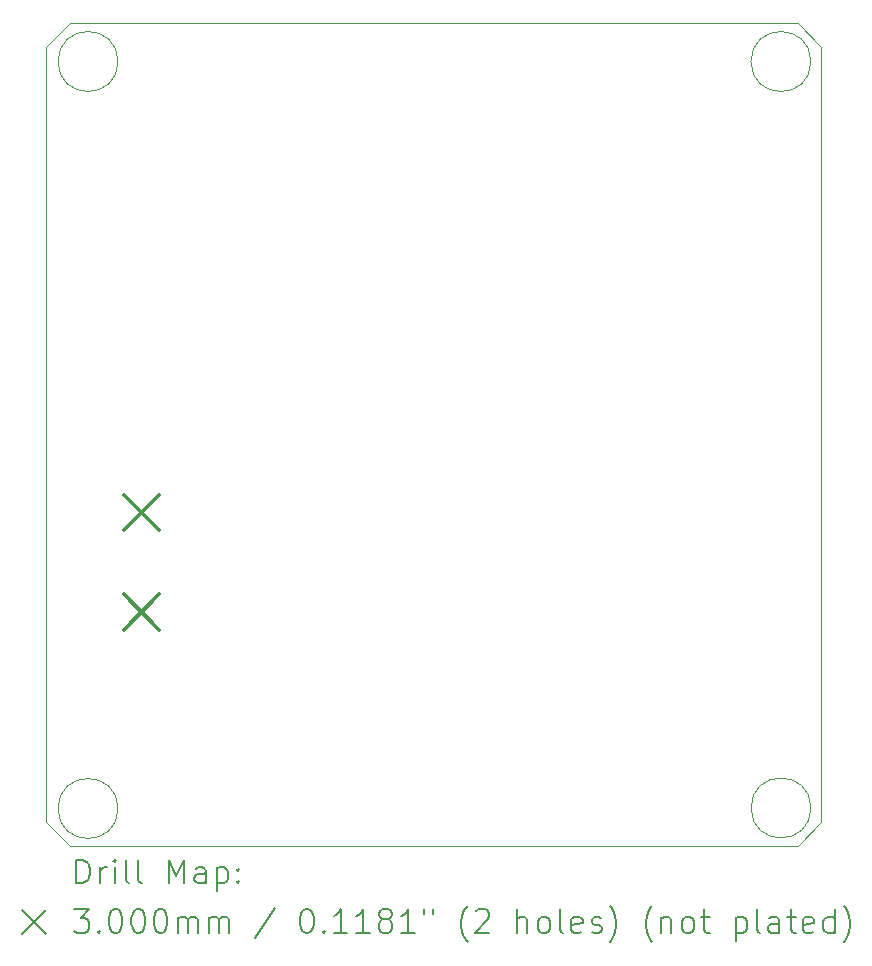
<source format=gbr>
%TF.GenerationSoftware,KiCad,Pcbnew,7.0.9*%
%TF.CreationDate,2023-12-30T21:06:43-05:00*%
%TF.ProjectId,esc,6573632e-6b69-4636-9164-5f7063625858,rev?*%
%TF.SameCoordinates,Original*%
%TF.FileFunction,Drillmap*%
%TF.FilePolarity,Positive*%
%FSLAX45Y45*%
G04 Gerber Fmt 4.5, Leading zero omitted, Abs format (unit mm)*
G04 Created by KiCad (PCBNEW 7.0.9) date 2023-12-30 21:06:43*
%MOMM*%
%LPD*%
G01*
G04 APERTURE LIST*
%ADD10C,0.100000*%
%ADD11C,0.200000*%
%ADD12C,0.299999*%
G04 APERTURE END LIST*
D10*
X4697621Y-12700000D02*
G75*
G03*
X4697621Y-12700000I-254000J0D01*
G01*
X4089696Y-12816896D02*
X4089400Y-6248400D01*
X4697621Y-6375400D02*
G75*
G03*
X4697621Y-6375400I-254000J0D01*
G01*
X4089400Y-6248400D02*
X4287520Y-6050280D01*
X10564500Y-12694920D02*
G75*
G03*
X10564500Y-12694920I-254000J0D01*
G01*
X10455105Y-13015583D02*
X10653225Y-12817463D01*
X4287816Y-13015016D02*
X4089696Y-12816896D01*
X4287520Y-6050280D02*
X10452100Y-6052820D01*
X10564500Y-6375400D02*
G75*
G03*
X10564500Y-6375400I-254000J0D01*
G01*
X10652760Y-6253480D02*
X10452100Y-6052820D01*
X10652760Y-6253480D02*
X10653225Y-12817463D01*
X10455105Y-13015583D02*
X4287816Y-13015016D01*
D11*
D12*
X4747772Y-10045856D02*
X5047772Y-10345856D01*
X5047772Y-10045856D02*
X4747772Y-10345856D01*
X4747772Y-10885854D02*
X5047772Y-11185854D01*
X5047772Y-10885854D02*
X4747772Y-11185854D01*
D11*
X4345177Y-13332067D02*
X4345177Y-13132067D01*
X4345177Y-13132067D02*
X4392796Y-13132067D01*
X4392796Y-13132067D02*
X4421367Y-13141591D01*
X4421367Y-13141591D02*
X4440415Y-13160639D01*
X4440415Y-13160639D02*
X4449939Y-13179686D01*
X4449939Y-13179686D02*
X4459463Y-13217781D01*
X4459463Y-13217781D02*
X4459463Y-13246353D01*
X4459463Y-13246353D02*
X4449939Y-13284448D01*
X4449939Y-13284448D02*
X4440415Y-13303496D01*
X4440415Y-13303496D02*
X4421367Y-13322543D01*
X4421367Y-13322543D02*
X4392796Y-13332067D01*
X4392796Y-13332067D02*
X4345177Y-13332067D01*
X4545177Y-13332067D02*
X4545177Y-13198734D01*
X4545177Y-13236829D02*
X4554701Y-13217781D01*
X4554701Y-13217781D02*
X4564224Y-13208258D01*
X4564224Y-13208258D02*
X4583272Y-13198734D01*
X4583272Y-13198734D02*
X4602320Y-13198734D01*
X4668986Y-13332067D02*
X4668986Y-13198734D01*
X4668986Y-13132067D02*
X4659463Y-13141591D01*
X4659463Y-13141591D02*
X4668986Y-13151115D01*
X4668986Y-13151115D02*
X4678510Y-13141591D01*
X4678510Y-13141591D02*
X4668986Y-13132067D01*
X4668986Y-13132067D02*
X4668986Y-13151115D01*
X4792796Y-13332067D02*
X4773748Y-13322543D01*
X4773748Y-13322543D02*
X4764224Y-13303496D01*
X4764224Y-13303496D02*
X4764224Y-13132067D01*
X4897558Y-13332067D02*
X4878510Y-13322543D01*
X4878510Y-13322543D02*
X4868986Y-13303496D01*
X4868986Y-13303496D02*
X4868986Y-13132067D01*
X5126129Y-13332067D02*
X5126129Y-13132067D01*
X5126129Y-13132067D02*
X5192796Y-13274924D01*
X5192796Y-13274924D02*
X5259463Y-13132067D01*
X5259463Y-13132067D02*
X5259463Y-13332067D01*
X5440415Y-13332067D02*
X5440415Y-13227305D01*
X5440415Y-13227305D02*
X5430891Y-13208258D01*
X5430891Y-13208258D02*
X5411844Y-13198734D01*
X5411844Y-13198734D02*
X5373748Y-13198734D01*
X5373748Y-13198734D02*
X5354701Y-13208258D01*
X5440415Y-13322543D02*
X5421367Y-13332067D01*
X5421367Y-13332067D02*
X5373748Y-13332067D01*
X5373748Y-13332067D02*
X5354701Y-13322543D01*
X5354701Y-13322543D02*
X5345177Y-13303496D01*
X5345177Y-13303496D02*
X5345177Y-13284448D01*
X5345177Y-13284448D02*
X5354701Y-13265400D01*
X5354701Y-13265400D02*
X5373748Y-13255877D01*
X5373748Y-13255877D02*
X5421367Y-13255877D01*
X5421367Y-13255877D02*
X5440415Y-13246353D01*
X5535653Y-13198734D02*
X5535653Y-13398734D01*
X5535653Y-13208258D02*
X5554701Y-13198734D01*
X5554701Y-13198734D02*
X5592796Y-13198734D01*
X5592796Y-13198734D02*
X5611843Y-13208258D01*
X5611843Y-13208258D02*
X5621367Y-13217781D01*
X5621367Y-13217781D02*
X5630891Y-13236829D01*
X5630891Y-13236829D02*
X5630891Y-13293972D01*
X5630891Y-13293972D02*
X5621367Y-13313019D01*
X5621367Y-13313019D02*
X5611843Y-13322543D01*
X5611843Y-13322543D02*
X5592796Y-13332067D01*
X5592796Y-13332067D02*
X5554701Y-13332067D01*
X5554701Y-13332067D02*
X5535653Y-13322543D01*
X5716605Y-13313019D02*
X5726129Y-13322543D01*
X5726129Y-13322543D02*
X5716605Y-13332067D01*
X5716605Y-13332067D02*
X5707082Y-13322543D01*
X5707082Y-13322543D02*
X5716605Y-13313019D01*
X5716605Y-13313019D02*
X5716605Y-13332067D01*
X5716605Y-13208258D02*
X5726129Y-13217781D01*
X5726129Y-13217781D02*
X5716605Y-13227305D01*
X5716605Y-13227305D02*
X5707082Y-13217781D01*
X5707082Y-13217781D02*
X5716605Y-13208258D01*
X5716605Y-13208258D02*
X5716605Y-13227305D01*
X3884400Y-13560583D02*
X4084400Y-13760583D01*
X4084400Y-13560583D02*
X3884400Y-13760583D01*
X4326129Y-13552067D02*
X4449939Y-13552067D01*
X4449939Y-13552067D02*
X4383272Y-13628258D01*
X4383272Y-13628258D02*
X4411844Y-13628258D01*
X4411844Y-13628258D02*
X4430891Y-13637781D01*
X4430891Y-13637781D02*
X4440415Y-13647305D01*
X4440415Y-13647305D02*
X4449939Y-13666353D01*
X4449939Y-13666353D02*
X4449939Y-13713972D01*
X4449939Y-13713972D02*
X4440415Y-13733019D01*
X4440415Y-13733019D02*
X4430891Y-13742543D01*
X4430891Y-13742543D02*
X4411844Y-13752067D01*
X4411844Y-13752067D02*
X4354701Y-13752067D01*
X4354701Y-13752067D02*
X4335653Y-13742543D01*
X4335653Y-13742543D02*
X4326129Y-13733019D01*
X4535653Y-13733019D02*
X4545177Y-13742543D01*
X4545177Y-13742543D02*
X4535653Y-13752067D01*
X4535653Y-13752067D02*
X4526129Y-13742543D01*
X4526129Y-13742543D02*
X4535653Y-13733019D01*
X4535653Y-13733019D02*
X4535653Y-13752067D01*
X4668986Y-13552067D02*
X4688034Y-13552067D01*
X4688034Y-13552067D02*
X4707082Y-13561591D01*
X4707082Y-13561591D02*
X4716605Y-13571115D01*
X4716605Y-13571115D02*
X4726129Y-13590162D01*
X4726129Y-13590162D02*
X4735653Y-13628258D01*
X4735653Y-13628258D02*
X4735653Y-13675877D01*
X4735653Y-13675877D02*
X4726129Y-13713972D01*
X4726129Y-13713972D02*
X4716605Y-13733019D01*
X4716605Y-13733019D02*
X4707082Y-13742543D01*
X4707082Y-13742543D02*
X4688034Y-13752067D01*
X4688034Y-13752067D02*
X4668986Y-13752067D01*
X4668986Y-13752067D02*
X4649939Y-13742543D01*
X4649939Y-13742543D02*
X4640415Y-13733019D01*
X4640415Y-13733019D02*
X4630891Y-13713972D01*
X4630891Y-13713972D02*
X4621367Y-13675877D01*
X4621367Y-13675877D02*
X4621367Y-13628258D01*
X4621367Y-13628258D02*
X4630891Y-13590162D01*
X4630891Y-13590162D02*
X4640415Y-13571115D01*
X4640415Y-13571115D02*
X4649939Y-13561591D01*
X4649939Y-13561591D02*
X4668986Y-13552067D01*
X4859463Y-13552067D02*
X4878510Y-13552067D01*
X4878510Y-13552067D02*
X4897558Y-13561591D01*
X4897558Y-13561591D02*
X4907082Y-13571115D01*
X4907082Y-13571115D02*
X4916605Y-13590162D01*
X4916605Y-13590162D02*
X4926129Y-13628258D01*
X4926129Y-13628258D02*
X4926129Y-13675877D01*
X4926129Y-13675877D02*
X4916605Y-13713972D01*
X4916605Y-13713972D02*
X4907082Y-13733019D01*
X4907082Y-13733019D02*
X4897558Y-13742543D01*
X4897558Y-13742543D02*
X4878510Y-13752067D01*
X4878510Y-13752067D02*
X4859463Y-13752067D01*
X4859463Y-13752067D02*
X4840415Y-13742543D01*
X4840415Y-13742543D02*
X4830891Y-13733019D01*
X4830891Y-13733019D02*
X4821367Y-13713972D01*
X4821367Y-13713972D02*
X4811844Y-13675877D01*
X4811844Y-13675877D02*
X4811844Y-13628258D01*
X4811844Y-13628258D02*
X4821367Y-13590162D01*
X4821367Y-13590162D02*
X4830891Y-13571115D01*
X4830891Y-13571115D02*
X4840415Y-13561591D01*
X4840415Y-13561591D02*
X4859463Y-13552067D01*
X5049939Y-13552067D02*
X5068986Y-13552067D01*
X5068986Y-13552067D02*
X5088034Y-13561591D01*
X5088034Y-13561591D02*
X5097558Y-13571115D01*
X5097558Y-13571115D02*
X5107082Y-13590162D01*
X5107082Y-13590162D02*
X5116605Y-13628258D01*
X5116605Y-13628258D02*
X5116605Y-13675877D01*
X5116605Y-13675877D02*
X5107082Y-13713972D01*
X5107082Y-13713972D02*
X5097558Y-13733019D01*
X5097558Y-13733019D02*
X5088034Y-13742543D01*
X5088034Y-13742543D02*
X5068986Y-13752067D01*
X5068986Y-13752067D02*
X5049939Y-13752067D01*
X5049939Y-13752067D02*
X5030891Y-13742543D01*
X5030891Y-13742543D02*
X5021367Y-13733019D01*
X5021367Y-13733019D02*
X5011844Y-13713972D01*
X5011844Y-13713972D02*
X5002320Y-13675877D01*
X5002320Y-13675877D02*
X5002320Y-13628258D01*
X5002320Y-13628258D02*
X5011844Y-13590162D01*
X5011844Y-13590162D02*
X5021367Y-13571115D01*
X5021367Y-13571115D02*
X5030891Y-13561591D01*
X5030891Y-13561591D02*
X5049939Y-13552067D01*
X5202320Y-13752067D02*
X5202320Y-13618734D01*
X5202320Y-13637781D02*
X5211844Y-13628258D01*
X5211844Y-13628258D02*
X5230891Y-13618734D01*
X5230891Y-13618734D02*
X5259463Y-13618734D01*
X5259463Y-13618734D02*
X5278510Y-13628258D01*
X5278510Y-13628258D02*
X5288034Y-13647305D01*
X5288034Y-13647305D02*
X5288034Y-13752067D01*
X5288034Y-13647305D02*
X5297558Y-13628258D01*
X5297558Y-13628258D02*
X5316605Y-13618734D01*
X5316605Y-13618734D02*
X5345177Y-13618734D01*
X5345177Y-13618734D02*
X5364225Y-13628258D01*
X5364225Y-13628258D02*
X5373748Y-13647305D01*
X5373748Y-13647305D02*
X5373748Y-13752067D01*
X5468986Y-13752067D02*
X5468986Y-13618734D01*
X5468986Y-13637781D02*
X5478510Y-13628258D01*
X5478510Y-13628258D02*
X5497558Y-13618734D01*
X5497558Y-13618734D02*
X5526129Y-13618734D01*
X5526129Y-13618734D02*
X5545177Y-13628258D01*
X5545177Y-13628258D02*
X5554701Y-13647305D01*
X5554701Y-13647305D02*
X5554701Y-13752067D01*
X5554701Y-13647305D02*
X5564225Y-13628258D01*
X5564225Y-13628258D02*
X5583272Y-13618734D01*
X5583272Y-13618734D02*
X5611843Y-13618734D01*
X5611843Y-13618734D02*
X5630891Y-13628258D01*
X5630891Y-13628258D02*
X5640415Y-13647305D01*
X5640415Y-13647305D02*
X5640415Y-13752067D01*
X6030891Y-13542543D02*
X5859463Y-13799686D01*
X6288034Y-13552067D02*
X6307082Y-13552067D01*
X6307082Y-13552067D02*
X6326129Y-13561591D01*
X6326129Y-13561591D02*
X6335653Y-13571115D01*
X6335653Y-13571115D02*
X6345177Y-13590162D01*
X6345177Y-13590162D02*
X6354701Y-13628258D01*
X6354701Y-13628258D02*
X6354701Y-13675877D01*
X6354701Y-13675877D02*
X6345177Y-13713972D01*
X6345177Y-13713972D02*
X6335653Y-13733019D01*
X6335653Y-13733019D02*
X6326129Y-13742543D01*
X6326129Y-13742543D02*
X6307082Y-13752067D01*
X6307082Y-13752067D02*
X6288034Y-13752067D01*
X6288034Y-13752067D02*
X6268986Y-13742543D01*
X6268986Y-13742543D02*
X6259463Y-13733019D01*
X6259463Y-13733019D02*
X6249939Y-13713972D01*
X6249939Y-13713972D02*
X6240415Y-13675877D01*
X6240415Y-13675877D02*
X6240415Y-13628258D01*
X6240415Y-13628258D02*
X6249939Y-13590162D01*
X6249939Y-13590162D02*
X6259463Y-13571115D01*
X6259463Y-13571115D02*
X6268986Y-13561591D01*
X6268986Y-13561591D02*
X6288034Y-13552067D01*
X6440415Y-13733019D02*
X6449939Y-13742543D01*
X6449939Y-13742543D02*
X6440415Y-13752067D01*
X6440415Y-13752067D02*
X6430891Y-13742543D01*
X6430891Y-13742543D02*
X6440415Y-13733019D01*
X6440415Y-13733019D02*
X6440415Y-13752067D01*
X6640415Y-13752067D02*
X6526129Y-13752067D01*
X6583272Y-13752067D02*
X6583272Y-13552067D01*
X6583272Y-13552067D02*
X6564225Y-13580639D01*
X6564225Y-13580639D02*
X6545177Y-13599686D01*
X6545177Y-13599686D02*
X6526129Y-13609210D01*
X6830891Y-13752067D02*
X6716606Y-13752067D01*
X6773748Y-13752067D02*
X6773748Y-13552067D01*
X6773748Y-13552067D02*
X6754701Y-13580639D01*
X6754701Y-13580639D02*
X6735653Y-13599686D01*
X6735653Y-13599686D02*
X6716606Y-13609210D01*
X6945177Y-13637781D02*
X6926129Y-13628258D01*
X6926129Y-13628258D02*
X6916606Y-13618734D01*
X6916606Y-13618734D02*
X6907082Y-13599686D01*
X6907082Y-13599686D02*
X6907082Y-13590162D01*
X6907082Y-13590162D02*
X6916606Y-13571115D01*
X6916606Y-13571115D02*
X6926129Y-13561591D01*
X6926129Y-13561591D02*
X6945177Y-13552067D01*
X6945177Y-13552067D02*
X6983272Y-13552067D01*
X6983272Y-13552067D02*
X7002320Y-13561591D01*
X7002320Y-13561591D02*
X7011844Y-13571115D01*
X7011844Y-13571115D02*
X7021367Y-13590162D01*
X7021367Y-13590162D02*
X7021367Y-13599686D01*
X7021367Y-13599686D02*
X7011844Y-13618734D01*
X7011844Y-13618734D02*
X7002320Y-13628258D01*
X7002320Y-13628258D02*
X6983272Y-13637781D01*
X6983272Y-13637781D02*
X6945177Y-13637781D01*
X6945177Y-13637781D02*
X6926129Y-13647305D01*
X6926129Y-13647305D02*
X6916606Y-13656829D01*
X6916606Y-13656829D02*
X6907082Y-13675877D01*
X6907082Y-13675877D02*
X6907082Y-13713972D01*
X6907082Y-13713972D02*
X6916606Y-13733019D01*
X6916606Y-13733019D02*
X6926129Y-13742543D01*
X6926129Y-13742543D02*
X6945177Y-13752067D01*
X6945177Y-13752067D02*
X6983272Y-13752067D01*
X6983272Y-13752067D02*
X7002320Y-13742543D01*
X7002320Y-13742543D02*
X7011844Y-13733019D01*
X7011844Y-13733019D02*
X7021367Y-13713972D01*
X7021367Y-13713972D02*
X7021367Y-13675877D01*
X7021367Y-13675877D02*
X7011844Y-13656829D01*
X7011844Y-13656829D02*
X7002320Y-13647305D01*
X7002320Y-13647305D02*
X6983272Y-13637781D01*
X7211844Y-13752067D02*
X7097558Y-13752067D01*
X7154701Y-13752067D02*
X7154701Y-13552067D01*
X7154701Y-13552067D02*
X7135653Y-13580639D01*
X7135653Y-13580639D02*
X7116606Y-13599686D01*
X7116606Y-13599686D02*
X7097558Y-13609210D01*
X7288034Y-13552067D02*
X7288034Y-13590162D01*
X7364225Y-13552067D02*
X7364225Y-13590162D01*
X7659463Y-13828258D02*
X7649939Y-13818734D01*
X7649939Y-13818734D02*
X7630891Y-13790162D01*
X7630891Y-13790162D02*
X7621368Y-13771115D01*
X7621368Y-13771115D02*
X7611844Y-13742543D01*
X7611844Y-13742543D02*
X7602320Y-13694924D01*
X7602320Y-13694924D02*
X7602320Y-13656829D01*
X7602320Y-13656829D02*
X7611844Y-13609210D01*
X7611844Y-13609210D02*
X7621368Y-13580639D01*
X7621368Y-13580639D02*
X7630891Y-13561591D01*
X7630891Y-13561591D02*
X7649939Y-13533019D01*
X7649939Y-13533019D02*
X7659463Y-13523496D01*
X7726129Y-13571115D02*
X7735653Y-13561591D01*
X7735653Y-13561591D02*
X7754701Y-13552067D01*
X7754701Y-13552067D02*
X7802320Y-13552067D01*
X7802320Y-13552067D02*
X7821368Y-13561591D01*
X7821368Y-13561591D02*
X7830891Y-13571115D01*
X7830891Y-13571115D02*
X7840415Y-13590162D01*
X7840415Y-13590162D02*
X7840415Y-13609210D01*
X7840415Y-13609210D02*
X7830891Y-13637781D01*
X7830891Y-13637781D02*
X7716606Y-13752067D01*
X7716606Y-13752067D02*
X7840415Y-13752067D01*
X8078510Y-13752067D02*
X8078510Y-13552067D01*
X8164225Y-13752067D02*
X8164225Y-13647305D01*
X8164225Y-13647305D02*
X8154701Y-13628258D01*
X8154701Y-13628258D02*
X8135653Y-13618734D01*
X8135653Y-13618734D02*
X8107082Y-13618734D01*
X8107082Y-13618734D02*
X8088034Y-13628258D01*
X8088034Y-13628258D02*
X8078510Y-13637781D01*
X8288034Y-13752067D02*
X8268987Y-13742543D01*
X8268987Y-13742543D02*
X8259463Y-13733019D01*
X8259463Y-13733019D02*
X8249939Y-13713972D01*
X8249939Y-13713972D02*
X8249939Y-13656829D01*
X8249939Y-13656829D02*
X8259463Y-13637781D01*
X8259463Y-13637781D02*
X8268987Y-13628258D01*
X8268987Y-13628258D02*
X8288034Y-13618734D01*
X8288034Y-13618734D02*
X8316606Y-13618734D01*
X8316606Y-13618734D02*
X8335653Y-13628258D01*
X8335653Y-13628258D02*
X8345177Y-13637781D01*
X8345177Y-13637781D02*
X8354701Y-13656829D01*
X8354701Y-13656829D02*
X8354701Y-13713972D01*
X8354701Y-13713972D02*
X8345177Y-13733019D01*
X8345177Y-13733019D02*
X8335653Y-13742543D01*
X8335653Y-13742543D02*
X8316606Y-13752067D01*
X8316606Y-13752067D02*
X8288034Y-13752067D01*
X8468987Y-13752067D02*
X8449939Y-13742543D01*
X8449939Y-13742543D02*
X8440415Y-13723496D01*
X8440415Y-13723496D02*
X8440415Y-13552067D01*
X8621368Y-13742543D02*
X8602320Y-13752067D01*
X8602320Y-13752067D02*
X8564225Y-13752067D01*
X8564225Y-13752067D02*
X8545177Y-13742543D01*
X8545177Y-13742543D02*
X8535653Y-13723496D01*
X8535653Y-13723496D02*
X8535653Y-13647305D01*
X8535653Y-13647305D02*
X8545177Y-13628258D01*
X8545177Y-13628258D02*
X8564225Y-13618734D01*
X8564225Y-13618734D02*
X8602320Y-13618734D01*
X8602320Y-13618734D02*
X8621368Y-13628258D01*
X8621368Y-13628258D02*
X8630892Y-13647305D01*
X8630892Y-13647305D02*
X8630892Y-13666353D01*
X8630892Y-13666353D02*
X8535653Y-13685400D01*
X8707082Y-13742543D02*
X8726130Y-13752067D01*
X8726130Y-13752067D02*
X8764225Y-13752067D01*
X8764225Y-13752067D02*
X8783273Y-13742543D01*
X8783273Y-13742543D02*
X8792796Y-13723496D01*
X8792796Y-13723496D02*
X8792796Y-13713972D01*
X8792796Y-13713972D02*
X8783273Y-13694924D01*
X8783273Y-13694924D02*
X8764225Y-13685400D01*
X8764225Y-13685400D02*
X8735653Y-13685400D01*
X8735653Y-13685400D02*
X8716606Y-13675877D01*
X8716606Y-13675877D02*
X8707082Y-13656829D01*
X8707082Y-13656829D02*
X8707082Y-13647305D01*
X8707082Y-13647305D02*
X8716606Y-13628258D01*
X8716606Y-13628258D02*
X8735653Y-13618734D01*
X8735653Y-13618734D02*
X8764225Y-13618734D01*
X8764225Y-13618734D02*
X8783273Y-13628258D01*
X8859463Y-13828258D02*
X8868987Y-13818734D01*
X8868987Y-13818734D02*
X8888034Y-13790162D01*
X8888034Y-13790162D02*
X8897558Y-13771115D01*
X8897558Y-13771115D02*
X8907082Y-13742543D01*
X8907082Y-13742543D02*
X8916606Y-13694924D01*
X8916606Y-13694924D02*
X8916606Y-13656829D01*
X8916606Y-13656829D02*
X8907082Y-13609210D01*
X8907082Y-13609210D02*
X8897558Y-13580639D01*
X8897558Y-13580639D02*
X8888034Y-13561591D01*
X8888034Y-13561591D02*
X8868987Y-13533019D01*
X8868987Y-13533019D02*
X8859463Y-13523496D01*
X9221368Y-13828258D02*
X9211844Y-13818734D01*
X9211844Y-13818734D02*
X9192796Y-13790162D01*
X9192796Y-13790162D02*
X9183273Y-13771115D01*
X9183273Y-13771115D02*
X9173749Y-13742543D01*
X9173749Y-13742543D02*
X9164225Y-13694924D01*
X9164225Y-13694924D02*
X9164225Y-13656829D01*
X9164225Y-13656829D02*
X9173749Y-13609210D01*
X9173749Y-13609210D02*
X9183273Y-13580639D01*
X9183273Y-13580639D02*
X9192796Y-13561591D01*
X9192796Y-13561591D02*
X9211844Y-13533019D01*
X9211844Y-13533019D02*
X9221368Y-13523496D01*
X9297558Y-13618734D02*
X9297558Y-13752067D01*
X9297558Y-13637781D02*
X9307082Y-13628258D01*
X9307082Y-13628258D02*
X9326130Y-13618734D01*
X9326130Y-13618734D02*
X9354701Y-13618734D01*
X9354701Y-13618734D02*
X9373749Y-13628258D01*
X9373749Y-13628258D02*
X9383273Y-13647305D01*
X9383273Y-13647305D02*
X9383273Y-13752067D01*
X9507082Y-13752067D02*
X9488034Y-13742543D01*
X9488034Y-13742543D02*
X9478511Y-13733019D01*
X9478511Y-13733019D02*
X9468987Y-13713972D01*
X9468987Y-13713972D02*
X9468987Y-13656829D01*
X9468987Y-13656829D02*
X9478511Y-13637781D01*
X9478511Y-13637781D02*
X9488034Y-13628258D01*
X9488034Y-13628258D02*
X9507082Y-13618734D01*
X9507082Y-13618734D02*
X9535654Y-13618734D01*
X9535654Y-13618734D02*
X9554701Y-13628258D01*
X9554701Y-13628258D02*
X9564225Y-13637781D01*
X9564225Y-13637781D02*
X9573749Y-13656829D01*
X9573749Y-13656829D02*
X9573749Y-13713972D01*
X9573749Y-13713972D02*
X9564225Y-13733019D01*
X9564225Y-13733019D02*
X9554701Y-13742543D01*
X9554701Y-13742543D02*
X9535654Y-13752067D01*
X9535654Y-13752067D02*
X9507082Y-13752067D01*
X9630892Y-13618734D02*
X9707082Y-13618734D01*
X9659463Y-13552067D02*
X9659463Y-13723496D01*
X9659463Y-13723496D02*
X9668987Y-13742543D01*
X9668987Y-13742543D02*
X9688034Y-13752067D01*
X9688034Y-13752067D02*
X9707082Y-13752067D01*
X9926130Y-13618734D02*
X9926130Y-13818734D01*
X9926130Y-13628258D02*
X9945177Y-13618734D01*
X9945177Y-13618734D02*
X9983273Y-13618734D01*
X9983273Y-13618734D02*
X10002320Y-13628258D01*
X10002320Y-13628258D02*
X10011844Y-13637781D01*
X10011844Y-13637781D02*
X10021368Y-13656829D01*
X10021368Y-13656829D02*
X10021368Y-13713972D01*
X10021368Y-13713972D02*
X10011844Y-13733019D01*
X10011844Y-13733019D02*
X10002320Y-13742543D01*
X10002320Y-13742543D02*
X9983273Y-13752067D01*
X9983273Y-13752067D02*
X9945177Y-13752067D01*
X9945177Y-13752067D02*
X9926130Y-13742543D01*
X10135654Y-13752067D02*
X10116606Y-13742543D01*
X10116606Y-13742543D02*
X10107082Y-13723496D01*
X10107082Y-13723496D02*
X10107082Y-13552067D01*
X10297558Y-13752067D02*
X10297558Y-13647305D01*
X10297558Y-13647305D02*
X10288035Y-13628258D01*
X10288035Y-13628258D02*
X10268987Y-13618734D01*
X10268987Y-13618734D02*
X10230892Y-13618734D01*
X10230892Y-13618734D02*
X10211844Y-13628258D01*
X10297558Y-13742543D02*
X10278511Y-13752067D01*
X10278511Y-13752067D02*
X10230892Y-13752067D01*
X10230892Y-13752067D02*
X10211844Y-13742543D01*
X10211844Y-13742543D02*
X10202320Y-13723496D01*
X10202320Y-13723496D02*
X10202320Y-13704448D01*
X10202320Y-13704448D02*
X10211844Y-13685400D01*
X10211844Y-13685400D02*
X10230892Y-13675877D01*
X10230892Y-13675877D02*
X10278511Y-13675877D01*
X10278511Y-13675877D02*
X10297558Y-13666353D01*
X10364225Y-13618734D02*
X10440415Y-13618734D01*
X10392796Y-13552067D02*
X10392796Y-13723496D01*
X10392796Y-13723496D02*
X10402320Y-13742543D01*
X10402320Y-13742543D02*
X10421368Y-13752067D01*
X10421368Y-13752067D02*
X10440415Y-13752067D01*
X10583273Y-13742543D02*
X10564225Y-13752067D01*
X10564225Y-13752067D02*
X10526130Y-13752067D01*
X10526130Y-13752067D02*
X10507082Y-13742543D01*
X10507082Y-13742543D02*
X10497558Y-13723496D01*
X10497558Y-13723496D02*
X10497558Y-13647305D01*
X10497558Y-13647305D02*
X10507082Y-13628258D01*
X10507082Y-13628258D02*
X10526130Y-13618734D01*
X10526130Y-13618734D02*
X10564225Y-13618734D01*
X10564225Y-13618734D02*
X10583273Y-13628258D01*
X10583273Y-13628258D02*
X10592796Y-13647305D01*
X10592796Y-13647305D02*
X10592796Y-13666353D01*
X10592796Y-13666353D02*
X10497558Y-13685400D01*
X10764225Y-13752067D02*
X10764225Y-13552067D01*
X10764225Y-13742543D02*
X10745177Y-13752067D01*
X10745177Y-13752067D02*
X10707082Y-13752067D01*
X10707082Y-13752067D02*
X10688035Y-13742543D01*
X10688035Y-13742543D02*
X10678511Y-13733019D01*
X10678511Y-13733019D02*
X10668987Y-13713972D01*
X10668987Y-13713972D02*
X10668987Y-13656829D01*
X10668987Y-13656829D02*
X10678511Y-13637781D01*
X10678511Y-13637781D02*
X10688035Y-13628258D01*
X10688035Y-13628258D02*
X10707082Y-13618734D01*
X10707082Y-13618734D02*
X10745177Y-13618734D01*
X10745177Y-13618734D02*
X10764225Y-13628258D01*
X10840416Y-13828258D02*
X10849939Y-13818734D01*
X10849939Y-13818734D02*
X10868987Y-13790162D01*
X10868987Y-13790162D02*
X10878511Y-13771115D01*
X10878511Y-13771115D02*
X10888035Y-13742543D01*
X10888035Y-13742543D02*
X10897558Y-13694924D01*
X10897558Y-13694924D02*
X10897558Y-13656829D01*
X10897558Y-13656829D02*
X10888035Y-13609210D01*
X10888035Y-13609210D02*
X10878511Y-13580639D01*
X10878511Y-13580639D02*
X10868987Y-13561591D01*
X10868987Y-13561591D02*
X10849939Y-13533019D01*
X10849939Y-13533019D02*
X10840416Y-13523496D01*
M02*

</source>
